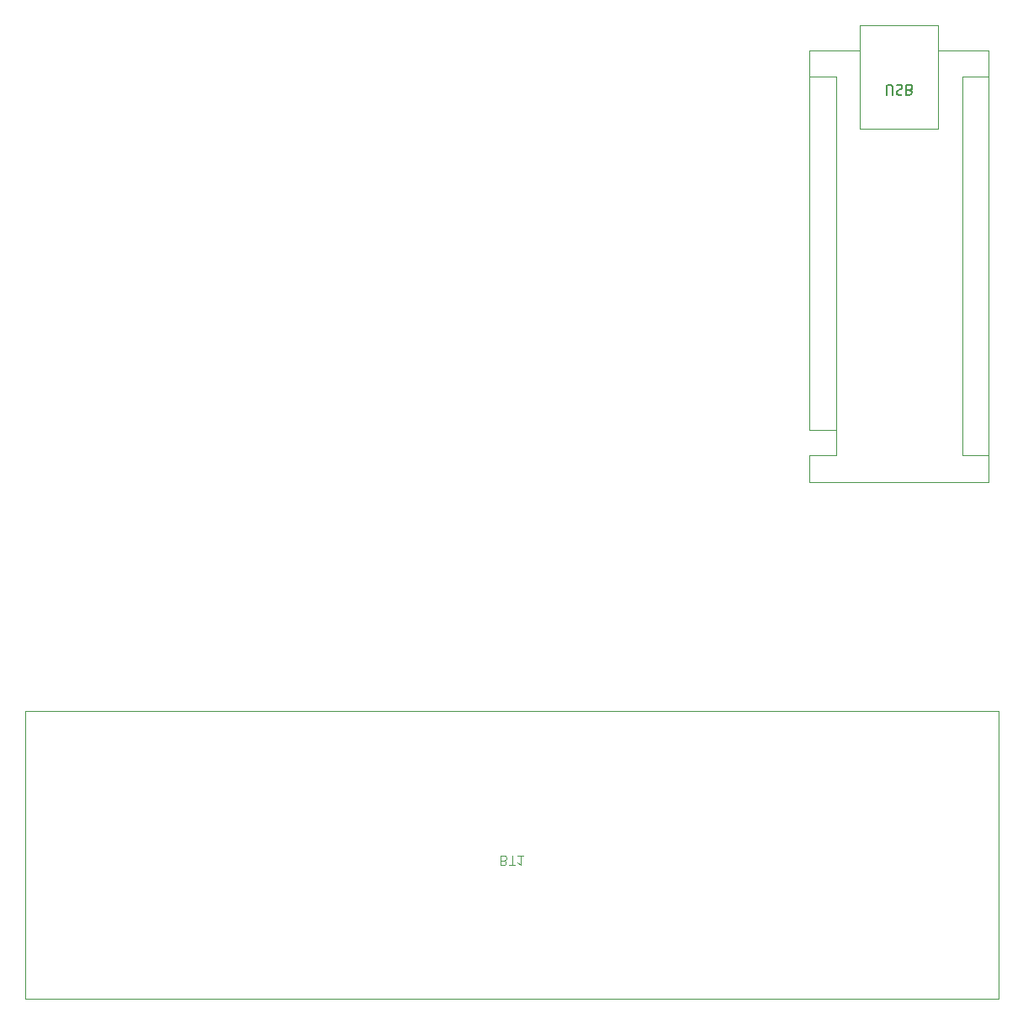
<source format=gbr>
%TF.GenerationSoftware,KiCad,Pcbnew,9.0.5*%
%TF.CreationDate,2025-10-19T21:09:40-05:00*%
%TF.ProjectId,slu,736c752e-6b69-4636-9164-5f7063625858,rev?*%
%TF.SameCoordinates,Original*%
%TF.FileFunction,Legend,Bot*%
%TF.FilePolarity,Positive*%
%FSLAX46Y46*%
G04 Gerber Fmt 4.6, Leading zero omitted, Abs format (unit mm)*
G04 Created by KiCad (PCBNEW 9.0.5) date 2025-10-19 21:09:40*
%MOMM*%
%LPD*%
G01*
G04 APERTURE LIST*
%ADD10C,0.100000*%
%ADD11C,0.150000*%
%ADD12C,0.120000*%
G04 APERTURE END LIST*
D10*
X106504285Y-133846390D02*
X106647142Y-133798771D01*
X106647142Y-133798771D02*
X106694761Y-133751152D01*
X106694761Y-133751152D02*
X106742380Y-133655914D01*
X106742380Y-133655914D02*
X106742380Y-133513057D01*
X106742380Y-133513057D02*
X106694761Y-133417819D01*
X106694761Y-133417819D02*
X106647142Y-133370200D01*
X106647142Y-133370200D02*
X106551904Y-133322580D01*
X106551904Y-133322580D02*
X106170952Y-133322580D01*
X106170952Y-133322580D02*
X106170952Y-134322580D01*
X106170952Y-134322580D02*
X106504285Y-134322580D01*
X106504285Y-134322580D02*
X106599523Y-134274961D01*
X106599523Y-134274961D02*
X106647142Y-134227342D01*
X106647142Y-134227342D02*
X106694761Y-134132104D01*
X106694761Y-134132104D02*
X106694761Y-134036866D01*
X106694761Y-134036866D02*
X106647142Y-133941628D01*
X106647142Y-133941628D02*
X106599523Y-133894009D01*
X106599523Y-133894009D02*
X106504285Y-133846390D01*
X106504285Y-133846390D02*
X106170952Y-133846390D01*
X107028095Y-134322580D02*
X107599523Y-134322580D01*
X107313809Y-133322580D02*
X107313809Y-134322580D01*
X108456666Y-133322580D02*
X107885238Y-133322580D01*
X108170952Y-133322580D02*
X108170952Y-134322580D01*
X108170952Y-134322580D02*
X108075714Y-134179723D01*
X108075714Y-134179723D02*
X107980476Y-134084485D01*
X107980476Y-134084485D02*
X107885238Y-134036866D01*
D11*
X145008095Y-56785180D02*
X145008095Y-55975657D01*
X145008095Y-55975657D02*
X145055714Y-55880419D01*
X145055714Y-55880419D02*
X145103333Y-55832800D01*
X145103333Y-55832800D02*
X145198571Y-55785180D01*
X145198571Y-55785180D02*
X145389047Y-55785180D01*
X145389047Y-55785180D02*
X145484285Y-55832800D01*
X145484285Y-55832800D02*
X145531904Y-55880419D01*
X145531904Y-55880419D02*
X145579523Y-55975657D01*
X145579523Y-55975657D02*
X145579523Y-56785180D01*
X146008095Y-55832800D02*
X146150952Y-55785180D01*
X146150952Y-55785180D02*
X146389047Y-55785180D01*
X146389047Y-55785180D02*
X146484285Y-55832800D01*
X146484285Y-55832800D02*
X146531904Y-55880419D01*
X146531904Y-55880419D02*
X146579523Y-55975657D01*
X146579523Y-55975657D02*
X146579523Y-56070895D01*
X146579523Y-56070895D02*
X146531904Y-56166133D01*
X146531904Y-56166133D02*
X146484285Y-56213752D01*
X146484285Y-56213752D02*
X146389047Y-56261371D01*
X146389047Y-56261371D02*
X146198571Y-56308990D01*
X146198571Y-56308990D02*
X146103333Y-56356609D01*
X146103333Y-56356609D02*
X146055714Y-56404228D01*
X146055714Y-56404228D02*
X146008095Y-56499466D01*
X146008095Y-56499466D02*
X146008095Y-56594704D01*
X146008095Y-56594704D02*
X146055714Y-56689942D01*
X146055714Y-56689942D02*
X146103333Y-56737561D01*
X146103333Y-56737561D02*
X146198571Y-56785180D01*
X146198571Y-56785180D02*
X146436666Y-56785180D01*
X146436666Y-56785180D02*
X146579523Y-56737561D01*
X147341428Y-56308990D02*
X147484285Y-56261371D01*
X147484285Y-56261371D02*
X147531904Y-56213752D01*
X147531904Y-56213752D02*
X147579523Y-56118514D01*
X147579523Y-56118514D02*
X147579523Y-55975657D01*
X147579523Y-55975657D02*
X147531904Y-55880419D01*
X147531904Y-55880419D02*
X147484285Y-55832800D01*
X147484285Y-55832800D02*
X147389047Y-55785180D01*
X147389047Y-55785180D02*
X147008095Y-55785180D01*
X147008095Y-55785180D02*
X147008095Y-56785180D01*
X147008095Y-56785180D02*
X147341428Y-56785180D01*
X147341428Y-56785180D02*
X147436666Y-56737561D01*
X147436666Y-56737561D02*
X147484285Y-56689942D01*
X147484285Y-56689942D02*
X147531904Y-56594704D01*
X147531904Y-56594704D02*
X147531904Y-56499466D01*
X147531904Y-56499466D02*
X147484285Y-56404228D01*
X147484285Y-56404228D02*
X147436666Y-56356609D01*
X147436666Y-56356609D02*
X147341428Y-56308990D01*
X147341428Y-56308990D02*
X147008095Y-56308990D01*
%TO.C,BT1*%
D10*
X58290000Y-147780000D02*
X156290000Y-147780000D01*
X156290000Y-118780000D01*
X58290000Y-118780000D01*
X58290000Y-147780000D01*
D12*
%TO.C,a1*%
X137250000Y-52300000D02*
X142330000Y-52300000D01*
X137250000Y-90530000D02*
X137250000Y-52300000D01*
X137250000Y-95740000D02*
X137250000Y-93070000D01*
X139920000Y-54970000D02*
X137250000Y-54970000D01*
X139920000Y-90530000D02*
X137250000Y-90530000D01*
X139920000Y-90530000D02*
X139920000Y-54970000D01*
X139920000Y-90530000D02*
X139920000Y-93070000D01*
X139920000Y-93070000D02*
X137250000Y-93070000D01*
X142330000Y-49760000D02*
X142330000Y-60180000D01*
X142330000Y-60180000D02*
X150210000Y-60180000D01*
X150210000Y-49760000D02*
X142330000Y-49760000D01*
X150210000Y-60180000D02*
X150210000Y-49760000D01*
X152620000Y-54970000D02*
X155290000Y-54970000D01*
X152620000Y-93070000D02*
X152620000Y-54970000D01*
X152620000Y-93070000D02*
X155290000Y-93070000D01*
X155290000Y-52300000D02*
X150210000Y-52300000D01*
X155290000Y-52300000D02*
X155290000Y-95740000D01*
X155290000Y-95740000D02*
X137250000Y-95740000D01*
%TD*%
M02*

</source>
